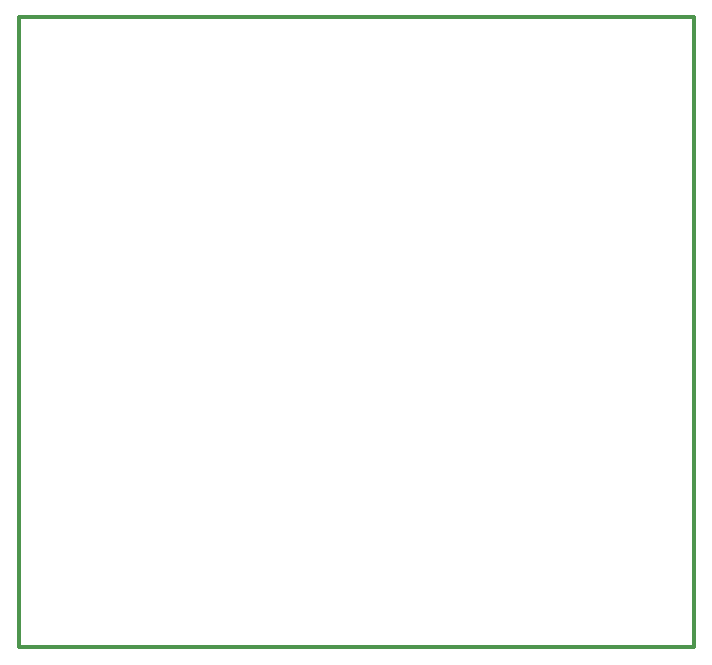
<source format=gbo>
G75*
%MOIN*%
%OFA0B0*%
%FSLAX24Y24*%
%IPPOS*%
%LPD*%
%AMOC8*
5,1,8,0,0,1.08239X$1,22.5*
%
%ADD10C,0.0120*%
D10*
X006252Y000160D02*
X006252Y021156D01*
X028747Y021156D01*
X028747Y000160D01*
X006252Y000160D01*
M02*

</source>
